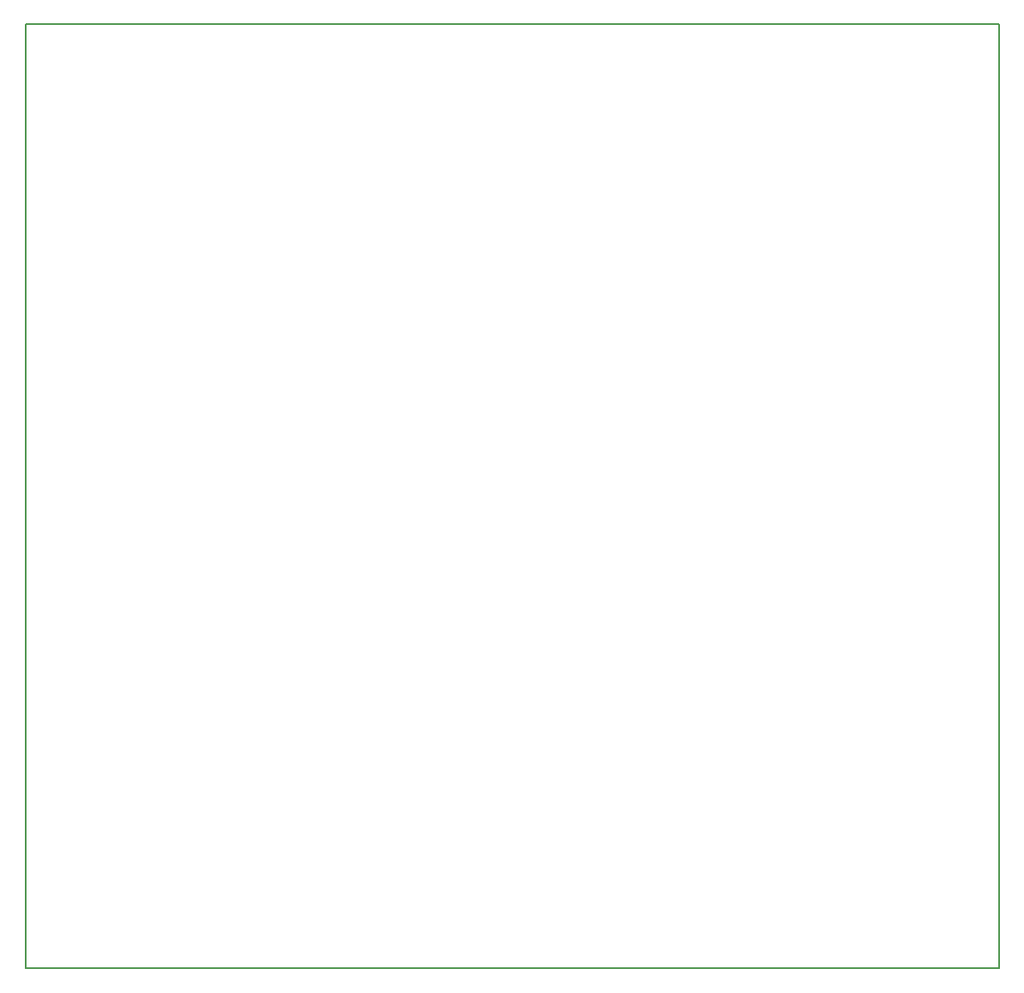
<source format=gbo>
G04 MADE WITH FRITZING*
G04 WWW.FRITZING.ORG*
G04 DOUBLE SIDED*
G04 HOLES PLATED*
G04 CONTOUR ON CENTER OF CONTOUR VECTOR*
%ASAXBY*%
%FSLAX23Y23*%
%MOIN*%
%OFA0B0*%
%SFA1.0B1.0*%
%ADD10R,3.919460X3.801420X3.903460X3.785420*%
%ADD11C,0.008000*%
%LNSILK0*%
G90*
G70*
G54D11*
X4Y3797D02*
X3915Y3797D01*
X3915Y4D01*
X4Y4D01*
X4Y3797D01*
D02*
G04 End of Silk0*
M02*
</source>
